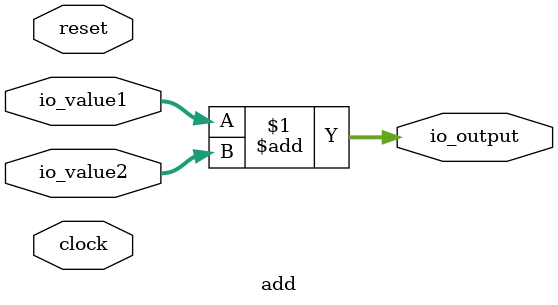
<source format=v>
module add(
  input         clock,
  input         reset,
  input  [63:0] io_value1,
  input  [63:0] io_value2,
  output [63:0] io_output
);
  assign io_output = io_value1 + io_value2; // @[add.scala 15:26]
endmodule

</source>
